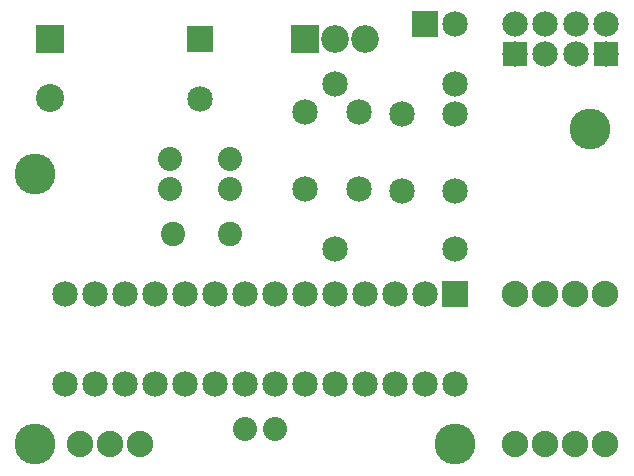
<source format=gbs>
G04 MADE WITH FRITZING*
G04 WWW.FRITZING.ORG*
G04 DOUBLE SIDED*
G04 HOLES PLATED*
G04 CONTOUR ON CENTER OF CONTOUR VECTOR*
%ASAXBY*%
%FSLAX23Y23*%
%MOIN*%
%OFA0B0*%
%SFA1.0B1.0*%
%ADD10C,0.084472*%
%ADD11C,0.085000*%
%ADD12C,0.080925*%
%ADD13C,0.080866*%
%ADD14C,0.080000*%
%ADD15C,0.092000*%
%ADD16C,0.088000*%
%ADD17C,0.093307*%
%ADD18C,0.135984*%
%ADD19R,0.084472X0.084108*%
%ADD20R,0.085000X0.085000*%
%ADD21R,0.092000X0.092000*%
%ADD22R,0.093307X0.093307*%
%LNMASK0*%
G90*
G70*
G54D10*
X2007Y1475D03*
X2007Y1575D03*
X1906Y1475D03*
X1906Y1575D03*
X1805Y1475D03*
X1805Y1575D03*
X1705Y1475D03*
X1705Y1575D03*
G54D11*
X1505Y675D03*
X1505Y375D03*
X1405Y675D03*
X1405Y375D03*
X1305Y675D03*
X1305Y375D03*
X1205Y675D03*
X1205Y375D03*
X1105Y675D03*
X1105Y375D03*
X1005Y675D03*
X1005Y375D03*
X905Y675D03*
X905Y375D03*
X805Y675D03*
X805Y375D03*
X705Y675D03*
X705Y375D03*
X605Y675D03*
X605Y375D03*
X505Y675D03*
X505Y375D03*
X405Y675D03*
X405Y375D03*
X305Y675D03*
X305Y375D03*
X205Y675D03*
X205Y375D03*
G54D12*
X562Y875D03*
G54D13*
X755Y875D03*
G54D14*
X755Y1125D03*
X755Y1025D03*
X555Y1125D03*
X555Y1025D03*
G54D11*
X1105Y825D03*
X1505Y825D03*
X1183Y1281D03*
X1183Y1025D03*
X1005Y1281D03*
X1005Y1025D03*
G54D14*
X805Y225D03*
X905Y225D03*
G54D15*
X1005Y1525D03*
X1105Y1525D03*
X1205Y1525D03*
G54D11*
X655Y1525D03*
X655Y1325D03*
X1405Y1575D03*
X1505Y1575D03*
X1505Y1375D03*
X1105Y1375D03*
X1328Y1019D03*
X1328Y1275D03*
X1505Y1019D03*
X1505Y1275D03*
G54D16*
X255Y175D03*
X355Y175D03*
X455Y175D03*
X1705Y175D03*
X1805Y175D03*
X1905Y175D03*
X2005Y175D03*
X1705Y675D03*
X1805Y675D03*
X1905Y675D03*
X2005Y675D03*
G54D17*
X155Y1525D03*
X155Y1328D03*
G54D18*
X1955Y1225D03*
X105Y1075D03*
X1505Y175D03*
X105Y175D03*
G54D19*
X2007Y1475D03*
X1705Y1475D03*
G54D20*
X1505Y675D03*
G54D21*
X1005Y1525D03*
G54D20*
X655Y1525D03*
X1405Y1575D03*
G54D22*
X155Y1525D03*
G04 End of Mask0*
M02*
</source>
